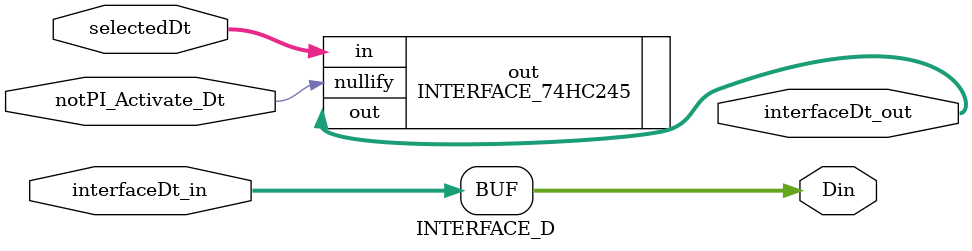
<source format=v>
module INTERFACE_D(
        input wire notPI_Activate_Dt,
        // 本当はinterfaceDt_inとinterfaceDt_outはinoutで同一だけどdigitalJSがエラーおこすので分けている
        input wire [7:0] interfaceDt_in,
        output wire [7:0] interfaceDt_out,
        input wire [7:0] selectedDt,
        output wire [7:0] Din
    );

    INTERFACE_74HC245 out(
        .nullify(notPI_Activate_Dt),
        .in(selectedDt),
        .out(interfaceDt_out)
    );

    // pullup接続
    assign Din = interfaceDt_in;

endmodule
</source>
